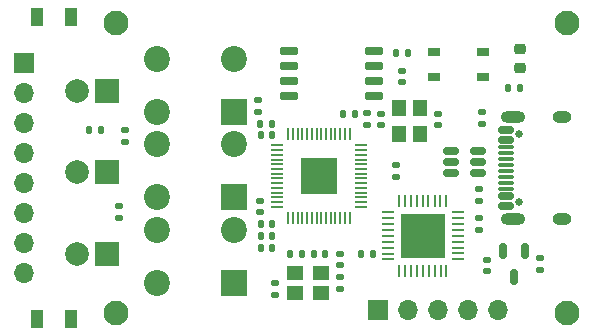
<source format=gbr>
%TF.GenerationSoftware,KiCad,Pcbnew,8.0.7*%
%TF.CreationDate,2025-04-15T10:47:43+02:00*%
%TF.ProjectId,colobus_hardware,636f6c6f-6275-4735-9f68-617264776172,rev?*%
%TF.SameCoordinates,Original*%
%TF.FileFunction,Soldermask,Top*%
%TF.FilePolarity,Negative*%
%FSLAX46Y46*%
G04 Gerber Fmt 4.6, Leading zero omitted, Abs format (unit mm)*
G04 Created by KiCad (PCBNEW 8.0.7) date 2025-04-15 10:47:43*
%MOMM*%
%LPD*%
G01*
G04 APERTURE LIST*
G04 Aperture macros list*
%AMRoundRect*
0 Rectangle with rounded corners*
0 $1 Rounding radius*
0 $2 $3 $4 $5 $6 $7 $8 $9 X,Y pos of 4 corners*
0 Add a 4 corners polygon primitive as box body*
4,1,4,$2,$3,$4,$5,$6,$7,$8,$9,$2,$3,0*
0 Add four circle primitives for the rounded corners*
1,1,$1+$1,$2,$3*
1,1,$1+$1,$4,$5*
1,1,$1+$1,$6,$7*
1,1,$1+$1,$8,$9*
0 Add four rect primitives between the rounded corners*
20,1,$1+$1,$2,$3,$4,$5,0*
20,1,$1+$1,$4,$5,$6,$7,0*
20,1,$1+$1,$6,$7,$8,$9,0*
20,1,$1+$1,$8,$9,$2,$3,0*%
G04 Aperture macros list end*
%ADD10RoundRect,0.140000X-0.170000X0.140000X-0.170000X-0.140000X0.170000X-0.140000X0.170000X0.140000X0*%
%ADD11RoundRect,0.140000X-0.140000X-0.170000X0.140000X-0.170000X0.140000X0.170000X-0.140000X0.170000X0*%
%ADD12C,2.100000*%
%ADD13R,2.000000X2.000000*%
%ADD14C,2.000000*%
%ADD15RoundRect,0.135000X0.185000X-0.135000X0.185000X0.135000X-0.185000X0.135000X-0.185000X-0.135000X0*%
%ADD16R,1.100000X0.200000*%
%ADD17R,0.200000X1.100000*%
%ADD18R,3.100000X3.100000*%
%ADD19R,2.200000X2.200000*%
%ADD20C,2.200000*%
%ADD21R,1.050000X1.600000*%
%ADD22RoundRect,0.140000X0.140000X0.170000X-0.140000X0.170000X-0.140000X-0.170000X0.140000X-0.170000X0*%
%ADD23RoundRect,0.150000X-0.650000X-0.150000X0.650000X-0.150000X0.650000X0.150000X-0.650000X0.150000X0*%
%ADD24RoundRect,0.135000X-0.185000X0.135000X-0.185000X-0.135000X0.185000X-0.135000X0.185000X0.135000X0*%
%ADD25R,1.050000X0.650000*%
%ADD26RoundRect,0.135000X-0.135000X-0.185000X0.135000X-0.185000X0.135000X0.185000X-0.135000X0.185000X0*%
%ADD27RoundRect,0.140000X0.170000X-0.140000X0.170000X0.140000X-0.170000X0.140000X-0.170000X-0.140000X0*%
%ADD28R,1.700000X1.700000*%
%ADD29O,1.700000X1.700000*%
%ADD30RoundRect,0.135000X0.135000X0.185000X-0.135000X0.185000X-0.135000X-0.185000X0.135000X-0.185000X0*%
%ADD31RoundRect,0.150000X-0.512500X-0.150000X0.512500X-0.150000X0.512500X0.150000X-0.512500X0.150000X0*%
%ADD32RoundRect,0.218750X-0.256250X0.218750X-0.256250X-0.218750X0.256250X-0.218750X0.256250X0.218750X0*%
%ADD33R,1.200000X1.400000*%
%ADD34R,1.100000X0.280000*%
%ADD35R,0.280000X1.100000*%
%ADD36R,3.700000X3.700000*%
%ADD37R,1.400000X1.200000*%
%ADD38C,0.650000*%
%ADD39RoundRect,0.150000X0.500000X-0.150000X0.500000X0.150000X-0.500000X0.150000X-0.500000X-0.150000X0*%
%ADD40RoundRect,0.075000X0.575000X-0.075000X0.575000X0.075000X-0.575000X0.075000X-0.575000X-0.075000X0*%
%ADD41O,2.100000X1.000000*%
%ADD42O,1.600000X1.000000*%
%ADD43RoundRect,0.150000X-0.150000X0.512500X-0.150000X-0.512500X0.150000X-0.512500X0.150000X0.512500X0*%
G04 APERTURE END LIST*
D10*
%TO.C,C5*%
X141200000Y-122520000D03*
X141200000Y-123480000D03*
%TD*%
%TO.C,C2*%
X123250000Y-124520000D03*
X123250000Y-125480000D03*
%TD*%
D11*
%TO.C,C12*%
X129020000Y-110200000D03*
X129980000Y-110200000D03*
%TD*%
D12*
%TO.C,H1*%
X109750000Y-102500000D03*
%TD*%
D13*
%TO.C,D2*%
X109000000Y-108250000D03*
D14*
X106460000Y-108250000D03*
%TD*%
D15*
%TO.C,R13*%
X110000000Y-119020000D03*
X110000000Y-118000000D03*
%TD*%
D10*
%TO.C,C1*%
X134000000Y-106520000D03*
X134000000Y-107480000D03*
%TD*%
D16*
%TO.C,U1*%
X123400000Y-112840000D03*
X123400000Y-113240000D03*
X123400000Y-113640000D03*
X123400000Y-114040000D03*
X123400000Y-114440000D03*
X123400000Y-114840000D03*
X123400000Y-115240000D03*
X123400000Y-115640000D03*
X123400000Y-116040000D03*
X123400000Y-116440000D03*
X123400000Y-116840000D03*
X123400000Y-117240000D03*
X123400000Y-117640000D03*
X123400000Y-118040000D03*
D17*
X124350000Y-118990000D03*
X124750000Y-118990000D03*
X125150000Y-118990000D03*
X125550000Y-118990000D03*
X125950000Y-118990000D03*
X126350000Y-118990000D03*
X126750000Y-118990000D03*
X127150000Y-118990000D03*
X127550000Y-118990000D03*
X127950000Y-118990000D03*
X128350000Y-118990000D03*
X128750000Y-118990000D03*
X129150000Y-118990000D03*
X129550000Y-118990000D03*
D16*
X130500000Y-118040000D03*
X130500000Y-117640000D03*
X130500000Y-117240000D03*
X130500000Y-116840000D03*
X130500000Y-116440000D03*
X130500000Y-116040000D03*
X130500000Y-115640000D03*
X130500000Y-115240000D03*
X130500000Y-114840000D03*
X130500000Y-114440000D03*
X130500000Y-114040000D03*
X130500000Y-113640000D03*
X130500000Y-113240000D03*
X130500000Y-112840000D03*
D17*
X129550000Y-111890000D03*
X129150000Y-111890000D03*
X128750000Y-111890000D03*
X128350000Y-111890000D03*
X127950000Y-111890000D03*
X127550000Y-111890000D03*
X127150000Y-111890000D03*
X126750000Y-111890000D03*
X126350000Y-111890000D03*
X125950000Y-111890000D03*
X125550000Y-111890000D03*
X125150000Y-111890000D03*
X124750000Y-111890000D03*
X124350000Y-111890000D03*
D18*
X126950000Y-115440000D03*
%TD*%
D19*
%TO.C,Button3*%
X119750000Y-124500000D03*
D20*
X119750000Y-120000000D03*
X113250000Y-124500000D03*
X113250000Y-120000000D03*
%TD*%
D13*
%TO.C,D4*%
X109000000Y-122000000D03*
D14*
X106460000Y-122000000D03*
%TD*%
D21*
%TO.C,C8*%
X103050000Y-127500000D03*
X106000000Y-127500000D03*
%TD*%
D22*
%TO.C,C16*%
X122960000Y-111000000D03*
X122000000Y-111000000D03*
%TD*%
D23*
%TO.C,U2*%
X124400000Y-104845000D03*
X124400000Y-106115000D03*
X124400000Y-107385000D03*
X124400000Y-108655000D03*
X131600000Y-108655000D03*
X131600000Y-107385000D03*
X131600000Y-106115000D03*
X131600000Y-104845000D03*
%TD*%
D21*
%TO.C,C9*%
X103050000Y-102000000D03*
X106000000Y-102000000D03*
%TD*%
D24*
%TO.C,R5*%
X140750000Y-109990000D03*
X140750000Y-111010000D03*
%TD*%
D25*
%TO.C,SW1*%
X140825000Y-107075000D03*
X136675000Y-107075000D03*
X140825000Y-104925000D03*
X136675000Y-104925000D03*
%TD*%
D26*
%TO.C,R3*%
X124500000Y-122000000D03*
X125520000Y-122000000D03*
%TD*%
D15*
%TO.C,R4*%
X140500000Y-117510000D03*
X140500000Y-116490000D03*
%TD*%
D22*
%TO.C,C10*%
X127480000Y-122000000D03*
X126520000Y-122000000D03*
%TD*%
D26*
%TO.C,R11*%
X107490000Y-111500000D03*
X108510000Y-111500000D03*
%TD*%
D27*
%TO.C,C4*%
X145700000Y-123367500D03*
X145700000Y-122407500D03*
%TD*%
D22*
%TO.C,C15*%
X122980000Y-112000000D03*
X122020000Y-112000000D03*
%TD*%
D10*
%TO.C,C11*%
X128700000Y-122020000D03*
X128700000Y-122980000D03*
%TD*%
D28*
%TO.C,J3*%
X102000000Y-105875000D03*
D29*
X102000000Y-108415000D03*
X102000000Y-110955000D03*
X102000000Y-113495000D03*
X102000000Y-116035000D03*
X102000000Y-118575000D03*
X102000000Y-121115000D03*
X102000000Y-123655000D03*
%TD*%
D12*
%TO.C,H3*%
X148000000Y-102500000D03*
%TD*%
D27*
%TO.C,C3*%
X128700000Y-124980000D03*
X128700000Y-124020000D03*
%TD*%
D19*
%TO.C,Button2*%
X119750000Y-117250000D03*
D20*
X119750000Y-112750000D03*
X113250000Y-117250000D03*
X113250000Y-112750000D03*
%TD*%
D30*
%TO.C,R1*%
X131510000Y-122000000D03*
X130490000Y-122000000D03*
%TD*%
D10*
%TO.C,C6*%
X136995000Y-110170000D03*
X136995000Y-111130000D03*
%TD*%
D12*
%TO.C,H4*%
X148000000Y-127000000D03*
%TD*%
D31*
%TO.C,U4*%
X138112500Y-113300000D03*
X138112500Y-114250000D03*
X138112500Y-115200000D03*
X140387500Y-115200000D03*
X140387500Y-114250000D03*
X140387500Y-113300000D03*
%TD*%
D32*
%TO.C,D1*%
X144000000Y-104712500D03*
X144000000Y-106287500D03*
%TD*%
D19*
%TO.C,Button1*%
X119750000Y-110000000D03*
D20*
X119750000Y-105500000D03*
X113250000Y-110000000D03*
X113250000Y-105500000D03*
%TD*%
D27*
%TO.C,C17*%
X121800000Y-109980000D03*
X121800000Y-109020000D03*
%TD*%
D30*
%TO.C,R2*%
X134510000Y-105000000D03*
X133490000Y-105000000D03*
%TD*%
D15*
%TO.C,R12*%
X110500000Y-112520000D03*
X110500000Y-111500000D03*
%TD*%
D11*
%TO.C,C18*%
X122020000Y-119500000D03*
X122980000Y-119500000D03*
%TD*%
D33*
%TO.C,Y2*%
X135470000Y-111850000D03*
X135470000Y-109650000D03*
X133770000Y-109650000D03*
X133770000Y-111850000D03*
%TD*%
D34*
%TO.C,U6*%
X132780000Y-118500000D03*
X132780000Y-119000000D03*
X132780000Y-119500000D03*
X132780000Y-120000000D03*
X132780000Y-120500000D03*
X132780000Y-121000000D03*
X132780000Y-121500000D03*
X132780000Y-122000000D03*
X132780000Y-122500000D03*
D35*
X133750000Y-123450000D03*
X134240000Y-123450000D03*
X134740000Y-123450000D03*
X135240000Y-123450000D03*
X135740000Y-123450000D03*
X136240000Y-123450000D03*
X136750000Y-123450000D03*
X137250000Y-123450000D03*
X137750000Y-123450000D03*
D34*
X138720000Y-122490000D03*
X138720000Y-121990000D03*
X138720000Y-121490000D03*
X138720000Y-120990000D03*
X138720000Y-120490000D03*
X138720000Y-119990000D03*
X138720000Y-119490000D03*
X138720000Y-118990000D03*
X138720000Y-118490000D03*
D35*
X137730000Y-117510000D03*
X137240000Y-117510000D03*
X136740000Y-117510000D03*
X136230000Y-117510000D03*
X135730000Y-117510000D03*
X135230000Y-117510000D03*
X134730000Y-117510000D03*
X134230000Y-117510000D03*
X133740000Y-117510000D03*
D36*
X135750000Y-120500000D03*
%TD*%
D28*
%TO.C,J1*%
X131925000Y-126750000D03*
D29*
X134465000Y-126750000D03*
X137005000Y-126750000D03*
X139545000Y-126750000D03*
X142085000Y-126750000D03*
%TD*%
D37*
%TO.C,Y3*%
X127100000Y-123650000D03*
X124900000Y-123650000D03*
X124900000Y-125350000D03*
X127100000Y-125350000D03*
%TD*%
D27*
%TO.C,C13*%
X131000000Y-111080000D03*
X131000000Y-110120000D03*
%TD*%
%TO.C,C7*%
X132245000Y-111130000D03*
X132245000Y-110170000D03*
%TD*%
D38*
%TO.C,J2*%
X143895000Y-117640000D03*
X143895000Y-111860000D03*
D39*
X142755000Y-117950000D03*
X142755000Y-117150000D03*
D40*
X142755000Y-116000000D03*
X142755000Y-115000000D03*
X142755000Y-114500000D03*
X142755000Y-113500000D03*
D39*
X142755000Y-112350000D03*
X142755000Y-111550000D03*
X142755000Y-111550000D03*
X142755000Y-112350000D03*
D40*
X142755000Y-113000000D03*
X142755000Y-114000000D03*
X142755000Y-115500000D03*
X142755000Y-116500000D03*
D39*
X142755000Y-117150000D03*
X142755000Y-117950000D03*
D41*
X143395000Y-119070000D03*
D42*
X147575000Y-119070000D03*
D41*
X143395000Y-110430000D03*
D42*
X147575000Y-110430000D03*
%TD*%
D30*
%TO.C,R10*%
X144010000Y-108000000D03*
X142990000Y-108000000D03*
%TD*%
D12*
%TO.C,H2*%
X109750000Y-127000000D03*
%TD*%
D11*
%TO.C,C20*%
X122040000Y-120500000D03*
X123000000Y-120500000D03*
%TD*%
%TO.C,C14*%
X122020000Y-121500000D03*
X122980000Y-121500000D03*
%TD*%
D10*
%TO.C,C19*%
X122000000Y-117520000D03*
X122000000Y-118480000D03*
%TD*%
D15*
%TO.C,R15*%
X133500000Y-115510000D03*
X133500000Y-114490000D03*
%TD*%
D43*
%TO.C,U3*%
X144400000Y-121750000D03*
X142500000Y-121750000D03*
X143450000Y-124025000D03*
%TD*%
D13*
%TO.C,D3*%
X109000000Y-115125000D03*
D14*
X106460000Y-115125000D03*
%TD*%
D15*
%TO.C,R6*%
X140500000Y-120010000D03*
X140500000Y-118990000D03*
%TD*%
M02*

</source>
